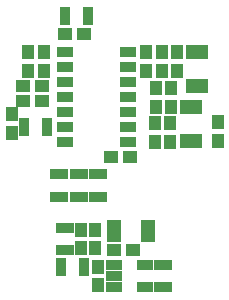
<source format=gbp>
G04*
G04 #@! TF.GenerationSoftware,Altium Limited,Altium Designer,22.10.1 (41)*
G04*
G04 Layer_Color=128*
%FSLAX44Y44*%
%MOMM*%
G71*
G04*
G04 #@! TF.SameCoordinates,FF558BA5-466A-4189-8B58-D4AB7027BDE0*
G04*
G04*
G04 #@! TF.FilePolarity,Positive*
G04*
G01*
G75*
%ADD21R,0.9540X1.5540*%
%ADD22R,1.2192X1.0414*%
%ADD27R,1.5540X0.9540*%
%ADD30R,1.0414X1.2192*%
%ADD219R,1.4340X0.8340*%
%ADD220R,1.8540X1.1540*%
%ADD221R,1.1540X1.8540*%
%ADD222R,1.3540X0.8540*%
D21*
X737635Y168732D02*
D03*
X756635D02*
D03*
X769000Y50500D02*
D03*
X788000D02*
D03*
X791414Y262636D02*
D03*
X772414D02*
D03*
D22*
X736998Y203000D02*
D03*
X753000D02*
D03*
X736998Y191000D02*
D03*
X753000D02*
D03*
X827000Y143000D02*
D03*
X810998D02*
D03*
X829501Y64500D02*
D03*
X813499D02*
D03*
X772400Y247396D02*
D03*
X788402D02*
D03*
D27*
X766826Y109500D02*
D03*
Y128500D02*
D03*
X783590Y109626D02*
D03*
Y128626D02*
D03*
X800100D02*
D03*
Y109626D02*
D03*
X855218Y33020D02*
D03*
Y52020D02*
D03*
X771906Y83566D02*
D03*
Y64566D02*
D03*
D30*
X841000Y215998D02*
D03*
Y232000D02*
D03*
X854000Y215998D02*
D03*
Y232000D02*
D03*
X867000D02*
D03*
Y215998D02*
D03*
X861868Y201931D02*
D03*
Y185929D02*
D03*
X848868Y185928D02*
D03*
Y201930D02*
D03*
X861360Y155956D02*
D03*
Y171958D02*
D03*
X848360Y155956D02*
D03*
Y171958D02*
D03*
X785468Y65835D02*
D03*
Y81837D02*
D03*
X797968Y65835D02*
D03*
Y81837D02*
D03*
X800000Y34498D02*
D03*
Y50500D02*
D03*
X726967Y179749D02*
D03*
Y163747D02*
D03*
X741000Y232002D02*
D03*
Y216000D02*
D03*
X754000Y232000D02*
D03*
Y215998D02*
D03*
X901700Y157099D02*
D03*
Y173101D02*
D03*
D219*
X772400Y155900D02*
D03*
Y168600D02*
D03*
Y181300D02*
D03*
Y194000D02*
D03*
Y206700D02*
D03*
Y219400D02*
D03*
Y232100D02*
D03*
X825600Y155900D02*
D03*
Y168600D02*
D03*
Y181300D02*
D03*
Y194000D02*
D03*
Y206700D02*
D03*
Y219400D02*
D03*
Y232100D02*
D03*
D220*
X884000Y203000D02*
D03*
Y232000D02*
D03*
X878920Y186000D02*
D03*
Y157000D02*
D03*
D221*
X813500Y80500D02*
D03*
X842500D02*
D03*
D222*
X814000Y33000D02*
D03*
Y42500D02*
D03*
Y52000D02*
D03*
X840000D02*
D03*
Y33000D02*
D03*
M02*

</source>
